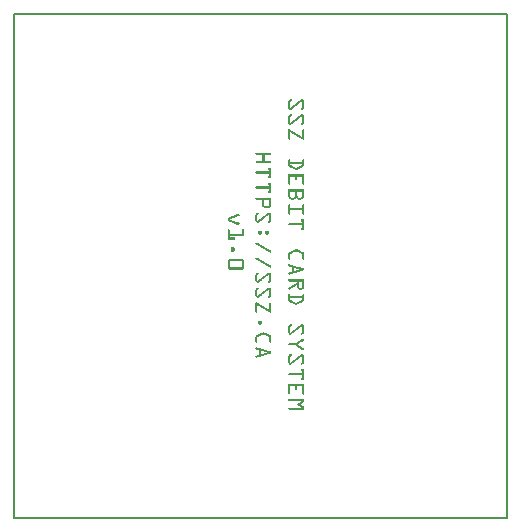
<source format=gto>
G04 MADE WITH FRITZING*
G04 WWW.FRITZING.ORG*
G04 DOUBLE SIDED*
G04 HOLES PLATED*
G04 CONTOUR ON CENTER OF CONTOUR VECTOR*
%ASAXBY*%
%FSLAX23Y23*%
%MOIN*%
%OFA0B0*%
%SFA1.0B1.0*%
%ADD10R,1.653540X1.687610X1.637540X1.671610*%
%ADD11C,0.008000*%
%ADD12R,0.001000X0.001000*%
%LNSILK1*%
G90*
G70*
G54D11*
X4Y1684D02*
X1650Y1684D01*
X1650Y4D01*
X4Y4D01*
X4Y1684D01*
D02*
G54D12*
X925Y1399D02*
X930Y1399D01*
X962Y1399D02*
X968Y1399D01*
X923Y1398D02*
X931Y1398D01*
X961Y1398D02*
X969Y1398D01*
X922Y1397D02*
X931Y1397D01*
X959Y1397D02*
X970Y1397D01*
X921Y1396D02*
X931Y1396D01*
X958Y1396D02*
X971Y1396D01*
X921Y1395D02*
X931Y1395D01*
X957Y1395D02*
X972Y1395D01*
X920Y1394D02*
X930Y1394D01*
X955Y1394D02*
X972Y1394D01*
X920Y1393D02*
X929Y1393D01*
X954Y1393D02*
X972Y1393D01*
X919Y1392D02*
X926Y1392D01*
X953Y1392D02*
X963Y1392D01*
X966Y1392D02*
X972Y1392D01*
X919Y1391D02*
X925Y1391D01*
X951Y1391D02*
X962Y1391D01*
X966Y1391D02*
X972Y1391D01*
X919Y1390D02*
X925Y1390D01*
X950Y1390D02*
X961Y1390D01*
X966Y1390D02*
X972Y1390D01*
X919Y1389D02*
X925Y1389D01*
X949Y1389D02*
X959Y1389D01*
X966Y1389D02*
X972Y1389D01*
X919Y1388D02*
X925Y1388D01*
X948Y1388D02*
X958Y1388D01*
X966Y1388D02*
X972Y1388D01*
X919Y1387D02*
X925Y1387D01*
X946Y1387D02*
X957Y1387D01*
X966Y1387D02*
X972Y1387D01*
X919Y1386D02*
X925Y1386D01*
X945Y1386D02*
X956Y1386D01*
X966Y1386D02*
X972Y1386D01*
X919Y1385D02*
X925Y1385D01*
X944Y1385D02*
X954Y1385D01*
X966Y1385D02*
X972Y1385D01*
X919Y1384D02*
X925Y1384D01*
X942Y1384D02*
X953Y1384D01*
X966Y1384D02*
X972Y1384D01*
X919Y1383D02*
X925Y1383D01*
X941Y1383D02*
X952Y1383D01*
X966Y1383D02*
X972Y1383D01*
X919Y1382D02*
X925Y1382D01*
X940Y1382D02*
X950Y1382D01*
X966Y1382D02*
X972Y1382D01*
X919Y1381D02*
X925Y1381D01*
X939Y1381D02*
X949Y1381D01*
X966Y1381D02*
X972Y1381D01*
X919Y1380D02*
X925Y1380D01*
X937Y1380D02*
X948Y1380D01*
X966Y1380D02*
X972Y1380D01*
X919Y1379D02*
X925Y1379D01*
X936Y1379D02*
X947Y1379D01*
X966Y1379D02*
X972Y1379D01*
X919Y1378D02*
X925Y1378D01*
X935Y1378D02*
X945Y1378D01*
X966Y1378D02*
X972Y1378D01*
X919Y1377D02*
X925Y1377D01*
X933Y1377D02*
X944Y1377D01*
X966Y1377D02*
X972Y1377D01*
X919Y1376D02*
X925Y1376D01*
X932Y1376D02*
X943Y1376D01*
X966Y1376D02*
X972Y1376D01*
X919Y1375D02*
X925Y1375D01*
X931Y1375D02*
X941Y1375D01*
X966Y1375D02*
X972Y1375D01*
X919Y1374D02*
X925Y1374D01*
X930Y1374D02*
X940Y1374D01*
X966Y1374D02*
X972Y1374D01*
X919Y1373D02*
X925Y1373D01*
X928Y1373D02*
X939Y1373D01*
X966Y1373D02*
X972Y1373D01*
X919Y1372D02*
X938Y1372D01*
X963Y1372D02*
X972Y1372D01*
X920Y1371D02*
X936Y1371D01*
X961Y1371D02*
X972Y1371D01*
X920Y1370D02*
X935Y1370D01*
X961Y1370D02*
X971Y1370D01*
X920Y1369D02*
X934Y1369D01*
X961Y1369D02*
X970Y1369D01*
X921Y1368D02*
X932Y1368D01*
X961Y1368D02*
X970Y1368D01*
X922Y1367D02*
X931Y1367D01*
X961Y1367D02*
X969Y1367D01*
X924Y1366D02*
X930Y1366D01*
X962Y1366D02*
X967Y1366D01*
X925Y1349D02*
X930Y1349D01*
X962Y1349D02*
X968Y1349D01*
X923Y1348D02*
X931Y1348D01*
X960Y1348D02*
X969Y1348D01*
X922Y1347D02*
X931Y1347D01*
X959Y1347D02*
X970Y1347D01*
X921Y1346D02*
X931Y1346D01*
X958Y1346D02*
X971Y1346D01*
X921Y1345D02*
X931Y1345D01*
X957Y1345D02*
X972Y1345D01*
X920Y1344D02*
X930Y1344D01*
X955Y1344D02*
X972Y1344D01*
X920Y1343D02*
X929Y1343D01*
X954Y1343D02*
X972Y1343D01*
X919Y1342D02*
X926Y1342D01*
X953Y1342D02*
X963Y1342D01*
X966Y1342D02*
X972Y1342D01*
X919Y1341D02*
X925Y1341D01*
X951Y1341D02*
X962Y1341D01*
X966Y1341D02*
X972Y1341D01*
X919Y1340D02*
X925Y1340D01*
X950Y1340D02*
X961Y1340D01*
X966Y1340D02*
X972Y1340D01*
X919Y1339D02*
X925Y1339D01*
X949Y1339D02*
X959Y1339D01*
X966Y1339D02*
X972Y1339D01*
X919Y1338D02*
X925Y1338D01*
X948Y1338D02*
X958Y1338D01*
X966Y1338D02*
X972Y1338D01*
X919Y1337D02*
X925Y1337D01*
X946Y1337D02*
X957Y1337D01*
X966Y1337D02*
X972Y1337D01*
X919Y1336D02*
X925Y1336D01*
X945Y1336D02*
X956Y1336D01*
X966Y1336D02*
X972Y1336D01*
X919Y1335D02*
X925Y1335D01*
X944Y1335D02*
X954Y1335D01*
X966Y1335D02*
X972Y1335D01*
X919Y1334D02*
X925Y1334D01*
X942Y1334D02*
X953Y1334D01*
X966Y1334D02*
X972Y1334D01*
X919Y1333D02*
X925Y1333D01*
X941Y1333D02*
X952Y1333D01*
X966Y1333D02*
X972Y1333D01*
X919Y1332D02*
X925Y1332D01*
X940Y1332D02*
X950Y1332D01*
X966Y1332D02*
X972Y1332D01*
X919Y1331D02*
X925Y1331D01*
X939Y1331D02*
X949Y1331D01*
X966Y1331D02*
X972Y1331D01*
X919Y1330D02*
X925Y1330D01*
X937Y1330D02*
X948Y1330D01*
X966Y1330D02*
X972Y1330D01*
X919Y1329D02*
X925Y1329D01*
X936Y1329D02*
X947Y1329D01*
X966Y1329D02*
X972Y1329D01*
X919Y1328D02*
X925Y1328D01*
X935Y1328D02*
X945Y1328D01*
X966Y1328D02*
X972Y1328D01*
X919Y1327D02*
X925Y1327D01*
X933Y1327D02*
X944Y1327D01*
X966Y1327D02*
X972Y1327D01*
X919Y1326D02*
X925Y1326D01*
X932Y1326D02*
X943Y1326D01*
X966Y1326D02*
X972Y1326D01*
X919Y1325D02*
X925Y1325D01*
X931Y1325D02*
X941Y1325D01*
X966Y1325D02*
X972Y1325D01*
X919Y1324D02*
X925Y1324D01*
X930Y1324D02*
X940Y1324D01*
X966Y1324D02*
X972Y1324D01*
X919Y1323D02*
X925Y1323D01*
X928Y1323D02*
X939Y1323D01*
X966Y1323D02*
X972Y1323D01*
X919Y1322D02*
X938Y1322D01*
X963Y1322D02*
X972Y1322D01*
X920Y1321D02*
X936Y1321D01*
X961Y1321D02*
X972Y1321D01*
X920Y1320D02*
X935Y1320D01*
X961Y1320D02*
X971Y1320D01*
X920Y1319D02*
X934Y1319D01*
X961Y1319D02*
X970Y1319D01*
X921Y1318D02*
X932Y1318D01*
X961Y1318D02*
X970Y1318D01*
X922Y1317D02*
X931Y1317D01*
X961Y1317D02*
X968Y1317D01*
X924Y1316D02*
X929Y1316D01*
X962Y1316D02*
X967Y1316D01*
X919Y1299D02*
X924Y1299D01*
X968Y1299D02*
X971Y1299D01*
X919Y1298D02*
X926Y1298D01*
X967Y1298D02*
X972Y1298D01*
X919Y1297D02*
X928Y1297D01*
X967Y1297D02*
X972Y1297D01*
X919Y1296D02*
X929Y1296D01*
X966Y1296D02*
X972Y1296D01*
X919Y1295D02*
X931Y1295D01*
X966Y1295D02*
X972Y1295D01*
X919Y1294D02*
X933Y1294D01*
X966Y1294D02*
X972Y1294D01*
X919Y1293D02*
X934Y1293D01*
X966Y1293D02*
X972Y1293D01*
X919Y1292D02*
X936Y1292D01*
X966Y1292D02*
X972Y1292D01*
X919Y1291D02*
X938Y1291D01*
X966Y1291D02*
X972Y1291D01*
X919Y1290D02*
X939Y1290D01*
X966Y1290D02*
X972Y1290D01*
X919Y1289D02*
X925Y1289D01*
X928Y1289D02*
X941Y1289D01*
X966Y1289D02*
X972Y1289D01*
X919Y1288D02*
X925Y1288D01*
X930Y1288D02*
X943Y1288D01*
X966Y1288D02*
X972Y1288D01*
X919Y1287D02*
X925Y1287D01*
X932Y1287D02*
X945Y1287D01*
X966Y1287D02*
X972Y1287D01*
X919Y1286D02*
X925Y1286D01*
X933Y1286D02*
X946Y1286D01*
X966Y1286D02*
X972Y1286D01*
X919Y1285D02*
X925Y1285D01*
X935Y1285D02*
X948Y1285D01*
X966Y1285D02*
X972Y1285D01*
X919Y1284D02*
X925Y1284D01*
X937Y1284D02*
X950Y1284D01*
X966Y1284D02*
X972Y1284D01*
X919Y1283D02*
X925Y1283D01*
X939Y1283D02*
X951Y1283D01*
X966Y1283D02*
X972Y1283D01*
X919Y1282D02*
X925Y1282D01*
X940Y1282D02*
X953Y1282D01*
X966Y1282D02*
X972Y1282D01*
X919Y1281D02*
X925Y1281D01*
X942Y1281D02*
X955Y1281D01*
X966Y1281D02*
X972Y1281D01*
X919Y1280D02*
X925Y1280D01*
X944Y1280D02*
X957Y1280D01*
X966Y1280D02*
X972Y1280D01*
X919Y1279D02*
X925Y1279D01*
X945Y1279D02*
X958Y1279D01*
X966Y1279D02*
X972Y1279D01*
X919Y1278D02*
X925Y1278D01*
X947Y1278D02*
X960Y1278D01*
X966Y1278D02*
X972Y1278D01*
X919Y1277D02*
X925Y1277D01*
X949Y1277D02*
X962Y1277D01*
X966Y1277D02*
X972Y1277D01*
X919Y1276D02*
X925Y1276D01*
X950Y1276D02*
X963Y1276D01*
X966Y1276D02*
X972Y1276D01*
X919Y1275D02*
X925Y1275D01*
X952Y1275D02*
X972Y1275D01*
X919Y1274D02*
X925Y1274D01*
X954Y1274D02*
X972Y1274D01*
X919Y1273D02*
X925Y1273D01*
X956Y1273D02*
X972Y1273D01*
X919Y1272D02*
X925Y1272D01*
X957Y1272D02*
X972Y1272D01*
X919Y1271D02*
X925Y1271D01*
X959Y1271D02*
X972Y1271D01*
X919Y1270D02*
X925Y1270D01*
X961Y1270D02*
X972Y1270D01*
X919Y1269D02*
X925Y1269D01*
X962Y1269D02*
X972Y1269D01*
X919Y1268D02*
X925Y1268D01*
X964Y1268D02*
X972Y1268D01*
X920Y1267D02*
X925Y1267D01*
X966Y1267D02*
X972Y1267D01*
X921Y1266D02*
X924Y1266D01*
X968Y1266D02*
X972Y1266D01*
X812Y1222D02*
X862Y1222D01*
X811Y1221D02*
X863Y1221D01*
X810Y1220D02*
X863Y1220D01*
X810Y1219D02*
X863Y1219D01*
X811Y1218D02*
X863Y1218D01*
X811Y1217D02*
X862Y1217D01*
X813Y1216D02*
X861Y1216D01*
X834Y1215D02*
X840Y1215D01*
X834Y1214D02*
X840Y1214D01*
X834Y1213D02*
X840Y1213D01*
X834Y1212D02*
X840Y1212D01*
X834Y1211D02*
X840Y1211D01*
X834Y1210D02*
X840Y1210D01*
X834Y1209D02*
X840Y1209D01*
X834Y1208D02*
X840Y1208D01*
X834Y1207D02*
X840Y1207D01*
X834Y1206D02*
X840Y1206D01*
X834Y1205D02*
X840Y1205D01*
X834Y1204D02*
X840Y1204D01*
X834Y1203D02*
X840Y1203D01*
X834Y1202D02*
X840Y1202D01*
X834Y1201D02*
X840Y1201D01*
X834Y1200D02*
X840Y1200D01*
X834Y1199D02*
X840Y1199D01*
X921Y1199D02*
X924Y1199D01*
X968Y1199D02*
X971Y1199D01*
X834Y1198D02*
X840Y1198D01*
X920Y1198D02*
X925Y1198D01*
X967Y1198D02*
X972Y1198D01*
X834Y1197D02*
X840Y1197D01*
X919Y1197D02*
X925Y1197D01*
X967Y1197D02*
X972Y1197D01*
X834Y1196D02*
X840Y1196D01*
X919Y1196D02*
X925Y1196D01*
X966Y1196D02*
X972Y1196D01*
X813Y1195D02*
X861Y1195D01*
X919Y1195D02*
X925Y1195D01*
X966Y1195D02*
X972Y1195D01*
X811Y1194D02*
X863Y1194D01*
X919Y1194D02*
X925Y1194D01*
X966Y1194D02*
X972Y1194D01*
X811Y1193D02*
X863Y1193D01*
X919Y1193D02*
X926Y1193D01*
X966Y1193D02*
X972Y1193D01*
X810Y1192D02*
X863Y1192D01*
X919Y1192D02*
X972Y1192D01*
X810Y1191D02*
X863Y1191D01*
X919Y1191D02*
X972Y1191D01*
X811Y1190D02*
X863Y1190D01*
X919Y1190D02*
X972Y1190D01*
X812Y1189D02*
X862Y1189D01*
X919Y1189D02*
X972Y1189D01*
X919Y1188D02*
X972Y1188D01*
X919Y1187D02*
X972Y1187D01*
X919Y1186D02*
X972Y1186D01*
X919Y1185D02*
X925Y1185D01*
X966Y1185D02*
X972Y1185D01*
X919Y1184D02*
X925Y1184D01*
X966Y1184D02*
X972Y1184D01*
X919Y1183D02*
X925Y1183D01*
X966Y1183D02*
X972Y1183D01*
X919Y1182D02*
X926Y1182D01*
X966Y1182D02*
X972Y1182D01*
X920Y1181D02*
X926Y1181D01*
X965Y1181D02*
X972Y1181D01*
X920Y1180D02*
X928Y1180D01*
X964Y1180D02*
X972Y1180D01*
X920Y1179D02*
X930Y1179D01*
X962Y1179D02*
X971Y1179D01*
X921Y1178D02*
X932Y1178D01*
X960Y1178D02*
X971Y1178D01*
X921Y1177D02*
X934Y1177D01*
X958Y1177D02*
X970Y1177D01*
X922Y1176D02*
X936Y1176D01*
X956Y1176D02*
X969Y1176D01*
X923Y1175D02*
X938Y1175D01*
X954Y1175D02*
X968Y1175D01*
X925Y1174D02*
X940Y1174D01*
X952Y1174D02*
X966Y1174D01*
X927Y1173D02*
X942Y1173D01*
X950Y1173D02*
X965Y1173D01*
X853Y1172D02*
X863Y1172D01*
X929Y1172D02*
X963Y1172D01*
X852Y1171D02*
X863Y1171D01*
X931Y1171D02*
X961Y1171D01*
X852Y1170D02*
X863Y1170D01*
X933Y1170D02*
X959Y1170D01*
X852Y1169D02*
X863Y1169D01*
X935Y1169D02*
X957Y1169D01*
X852Y1168D02*
X863Y1168D01*
X937Y1168D02*
X955Y1168D01*
X853Y1167D02*
X863Y1167D01*
X939Y1167D02*
X953Y1167D01*
X854Y1166D02*
X863Y1166D01*
X942Y1166D02*
X950Y1166D01*
X857Y1165D02*
X863Y1165D01*
X857Y1164D02*
X863Y1164D01*
X857Y1163D02*
X863Y1163D01*
X857Y1162D02*
X863Y1162D01*
X857Y1161D02*
X863Y1161D01*
X857Y1160D02*
X863Y1160D01*
X813Y1159D02*
X863Y1159D01*
X811Y1158D02*
X863Y1158D01*
X811Y1157D02*
X863Y1157D01*
X810Y1156D02*
X863Y1156D01*
X810Y1155D02*
X863Y1155D01*
X811Y1154D02*
X863Y1154D01*
X812Y1153D02*
X863Y1153D01*
X857Y1152D02*
X863Y1152D01*
X857Y1151D02*
X863Y1151D01*
X857Y1150D02*
X863Y1150D01*
X857Y1149D02*
X863Y1149D01*
X919Y1149D02*
X972Y1149D01*
X857Y1148D02*
X863Y1148D01*
X919Y1148D02*
X972Y1148D01*
X857Y1147D02*
X863Y1147D01*
X919Y1147D02*
X972Y1147D01*
X857Y1146D02*
X863Y1146D01*
X919Y1146D02*
X972Y1146D01*
X854Y1145D02*
X863Y1145D01*
X919Y1145D02*
X972Y1145D01*
X852Y1144D02*
X863Y1144D01*
X919Y1144D02*
X972Y1144D01*
X852Y1143D02*
X863Y1143D01*
X919Y1143D02*
X972Y1143D01*
X852Y1142D02*
X863Y1142D01*
X919Y1142D02*
X925Y1142D01*
X943Y1142D02*
X949Y1142D01*
X966Y1142D02*
X972Y1142D01*
X852Y1141D02*
X863Y1141D01*
X919Y1141D02*
X925Y1141D01*
X943Y1141D02*
X949Y1141D01*
X966Y1141D02*
X972Y1141D01*
X852Y1140D02*
X863Y1140D01*
X919Y1140D02*
X925Y1140D01*
X943Y1140D02*
X949Y1140D01*
X966Y1140D02*
X972Y1140D01*
X853Y1139D02*
X863Y1139D01*
X919Y1139D02*
X925Y1139D01*
X943Y1139D02*
X949Y1139D01*
X966Y1139D02*
X972Y1139D01*
X919Y1138D02*
X925Y1138D01*
X943Y1138D02*
X949Y1138D01*
X966Y1138D02*
X972Y1138D01*
X919Y1137D02*
X925Y1137D01*
X943Y1137D02*
X949Y1137D01*
X966Y1137D02*
X972Y1137D01*
X919Y1136D02*
X925Y1136D01*
X943Y1136D02*
X949Y1136D01*
X966Y1136D02*
X972Y1136D01*
X919Y1135D02*
X925Y1135D01*
X943Y1135D02*
X949Y1135D01*
X966Y1135D02*
X972Y1135D01*
X919Y1134D02*
X925Y1134D01*
X943Y1134D02*
X949Y1134D01*
X966Y1134D02*
X972Y1134D01*
X919Y1133D02*
X925Y1133D01*
X943Y1133D02*
X949Y1133D01*
X966Y1133D02*
X972Y1133D01*
X919Y1132D02*
X925Y1132D01*
X943Y1132D02*
X949Y1132D01*
X966Y1132D02*
X972Y1132D01*
X919Y1131D02*
X925Y1131D01*
X943Y1131D02*
X948Y1131D01*
X966Y1131D02*
X972Y1131D01*
X919Y1130D02*
X925Y1130D01*
X944Y1130D02*
X948Y1130D01*
X966Y1130D02*
X972Y1130D01*
X919Y1129D02*
X925Y1129D01*
X966Y1129D02*
X972Y1129D01*
X919Y1128D02*
X925Y1128D01*
X966Y1128D02*
X972Y1128D01*
X919Y1127D02*
X925Y1127D01*
X966Y1127D02*
X972Y1127D01*
X919Y1126D02*
X925Y1126D01*
X966Y1126D02*
X972Y1126D01*
X919Y1125D02*
X925Y1125D01*
X966Y1125D02*
X972Y1125D01*
X919Y1124D02*
X925Y1124D01*
X966Y1124D02*
X972Y1124D01*
X919Y1123D02*
X925Y1123D01*
X966Y1123D02*
X972Y1123D01*
X853Y1122D02*
X863Y1122D01*
X919Y1122D02*
X925Y1122D01*
X966Y1122D02*
X972Y1122D01*
X852Y1121D02*
X863Y1121D01*
X919Y1121D02*
X925Y1121D01*
X966Y1121D02*
X972Y1121D01*
X852Y1120D02*
X863Y1120D01*
X919Y1120D02*
X925Y1120D01*
X966Y1120D02*
X972Y1120D01*
X852Y1119D02*
X863Y1119D01*
X919Y1119D02*
X925Y1119D01*
X966Y1119D02*
X972Y1119D01*
X852Y1118D02*
X863Y1118D01*
X919Y1118D02*
X925Y1118D01*
X967Y1118D02*
X972Y1118D01*
X853Y1117D02*
X863Y1117D01*
X920Y1117D02*
X925Y1117D01*
X967Y1117D02*
X972Y1117D01*
X854Y1116D02*
X863Y1116D01*
X921Y1116D02*
X924Y1116D01*
X968Y1116D02*
X971Y1116D01*
X857Y1115D02*
X863Y1115D01*
X857Y1114D02*
X863Y1114D01*
X857Y1113D02*
X863Y1113D01*
X857Y1112D02*
X863Y1112D01*
X857Y1111D02*
X863Y1111D01*
X857Y1110D02*
X863Y1110D01*
X813Y1109D02*
X863Y1109D01*
X811Y1108D02*
X863Y1108D01*
X811Y1107D02*
X863Y1107D01*
X810Y1106D02*
X863Y1106D01*
X810Y1105D02*
X863Y1105D01*
X811Y1104D02*
X863Y1104D01*
X812Y1103D02*
X863Y1103D01*
X857Y1102D02*
X863Y1102D01*
X857Y1101D02*
X863Y1101D01*
X857Y1100D02*
X863Y1100D01*
X857Y1099D02*
X863Y1099D01*
X919Y1099D02*
X972Y1099D01*
X857Y1098D02*
X863Y1098D01*
X919Y1098D02*
X972Y1098D01*
X857Y1097D02*
X863Y1097D01*
X919Y1097D02*
X972Y1097D01*
X857Y1096D02*
X863Y1096D01*
X919Y1096D02*
X972Y1096D01*
X854Y1095D02*
X863Y1095D01*
X919Y1095D02*
X972Y1095D01*
X852Y1094D02*
X863Y1094D01*
X919Y1094D02*
X972Y1094D01*
X852Y1093D02*
X863Y1093D01*
X919Y1093D02*
X972Y1093D01*
X852Y1092D02*
X863Y1092D01*
X919Y1092D02*
X925Y1092D01*
X943Y1092D02*
X949Y1092D01*
X966Y1092D02*
X972Y1092D01*
X852Y1091D02*
X863Y1091D01*
X919Y1091D02*
X925Y1091D01*
X943Y1091D02*
X949Y1091D01*
X966Y1091D02*
X972Y1091D01*
X852Y1090D02*
X863Y1090D01*
X919Y1090D02*
X925Y1090D01*
X943Y1090D02*
X949Y1090D01*
X966Y1090D02*
X972Y1090D01*
X853Y1089D02*
X863Y1089D01*
X919Y1089D02*
X925Y1089D01*
X943Y1089D02*
X949Y1089D01*
X966Y1089D02*
X972Y1089D01*
X919Y1088D02*
X925Y1088D01*
X943Y1088D02*
X949Y1088D01*
X966Y1088D02*
X972Y1088D01*
X919Y1087D02*
X925Y1087D01*
X943Y1087D02*
X949Y1087D01*
X966Y1087D02*
X972Y1087D01*
X919Y1086D02*
X925Y1086D01*
X943Y1086D02*
X949Y1086D01*
X966Y1086D02*
X972Y1086D01*
X919Y1085D02*
X925Y1085D01*
X943Y1085D02*
X949Y1085D01*
X966Y1085D02*
X972Y1085D01*
X919Y1084D02*
X925Y1084D01*
X943Y1084D02*
X949Y1084D01*
X966Y1084D02*
X972Y1084D01*
X919Y1083D02*
X925Y1083D01*
X943Y1083D02*
X949Y1083D01*
X966Y1083D02*
X972Y1083D01*
X919Y1082D02*
X925Y1082D01*
X943Y1082D02*
X949Y1082D01*
X966Y1082D02*
X972Y1082D01*
X919Y1081D02*
X925Y1081D01*
X943Y1081D02*
X949Y1081D01*
X966Y1081D02*
X972Y1081D01*
X919Y1080D02*
X925Y1080D01*
X943Y1080D02*
X949Y1080D01*
X966Y1080D02*
X972Y1080D01*
X919Y1079D02*
X925Y1079D01*
X943Y1079D02*
X949Y1079D01*
X966Y1079D02*
X972Y1079D01*
X919Y1078D02*
X925Y1078D01*
X943Y1078D02*
X949Y1078D01*
X966Y1078D02*
X972Y1078D01*
X919Y1077D02*
X926Y1077D01*
X942Y1077D02*
X949Y1077D01*
X966Y1077D02*
X972Y1077D01*
X920Y1076D02*
X926Y1076D01*
X942Y1076D02*
X950Y1076D01*
X966Y1076D02*
X972Y1076D01*
X920Y1075D02*
X927Y1075D01*
X941Y1075D02*
X950Y1075D01*
X965Y1075D02*
X972Y1075D01*
X920Y1074D02*
X928Y1074D01*
X940Y1074D02*
X951Y1074D01*
X964Y1074D02*
X971Y1074D01*
X921Y1073D02*
X929Y1073D01*
X939Y1073D02*
X953Y1073D01*
X962Y1073D02*
X971Y1073D01*
X812Y1072D02*
X863Y1072D01*
X921Y1072D02*
X970Y1072D01*
X811Y1071D02*
X863Y1071D01*
X922Y1071D02*
X970Y1071D01*
X810Y1070D02*
X863Y1070D01*
X923Y1070D02*
X969Y1070D01*
X810Y1069D02*
X863Y1069D01*
X924Y1069D02*
X944Y1069D01*
X948Y1069D02*
X968Y1069D01*
X811Y1068D02*
X863Y1068D01*
X925Y1068D02*
X943Y1068D01*
X949Y1068D02*
X967Y1068D01*
X811Y1067D02*
X863Y1067D01*
X927Y1067D02*
X941Y1067D01*
X950Y1067D02*
X965Y1067D01*
X813Y1066D02*
X863Y1066D01*
X929Y1066D02*
X939Y1066D01*
X952Y1066D02*
X963Y1066D01*
X831Y1065D02*
X837Y1065D01*
X857Y1065D02*
X863Y1065D01*
X831Y1064D02*
X837Y1064D01*
X857Y1064D02*
X863Y1064D01*
X831Y1063D02*
X837Y1063D01*
X857Y1063D02*
X863Y1063D01*
X831Y1062D02*
X837Y1062D01*
X857Y1062D02*
X863Y1062D01*
X831Y1061D02*
X837Y1061D01*
X857Y1061D02*
X863Y1061D01*
X831Y1060D02*
X837Y1060D01*
X857Y1060D02*
X863Y1060D01*
X831Y1059D02*
X837Y1059D01*
X857Y1059D02*
X863Y1059D01*
X831Y1058D02*
X837Y1058D01*
X857Y1058D02*
X863Y1058D01*
X831Y1057D02*
X837Y1057D01*
X857Y1057D02*
X863Y1057D01*
X831Y1056D02*
X837Y1056D01*
X857Y1056D02*
X863Y1056D01*
X831Y1055D02*
X837Y1055D01*
X857Y1055D02*
X863Y1055D01*
X831Y1054D02*
X837Y1054D01*
X857Y1054D02*
X863Y1054D01*
X831Y1053D02*
X837Y1053D01*
X857Y1053D02*
X863Y1053D01*
X831Y1052D02*
X837Y1052D01*
X857Y1052D02*
X863Y1052D01*
X831Y1051D02*
X837Y1051D01*
X857Y1051D02*
X863Y1051D01*
X831Y1050D02*
X837Y1050D01*
X857Y1050D02*
X863Y1050D01*
X831Y1049D02*
X837Y1049D01*
X857Y1049D02*
X863Y1049D01*
X921Y1049D02*
X924Y1049D01*
X968Y1049D02*
X971Y1049D01*
X831Y1048D02*
X837Y1048D01*
X857Y1048D02*
X863Y1048D01*
X920Y1048D02*
X925Y1048D01*
X967Y1048D02*
X972Y1048D01*
X831Y1047D02*
X838Y1047D01*
X857Y1047D02*
X863Y1047D01*
X919Y1047D02*
X925Y1047D01*
X967Y1047D02*
X972Y1047D01*
X831Y1046D02*
X839Y1046D01*
X856Y1046D02*
X863Y1046D01*
X919Y1046D02*
X925Y1046D01*
X966Y1046D02*
X972Y1046D01*
X832Y1045D02*
X863Y1045D01*
X919Y1045D02*
X925Y1045D01*
X966Y1045D02*
X972Y1045D01*
X832Y1044D02*
X862Y1044D01*
X919Y1044D02*
X925Y1044D01*
X966Y1044D02*
X972Y1044D01*
X833Y1043D02*
X862Y1043D01*
X919Y1043D02*
X925Y1043D01*
X966Y1043D02*
X972Y1043D01*
X834Y1042D02*
X861Y1042D01*
X919Y1042D02*
X925Y1042D01*
X966Y1042D02*
X972Y1042D01*
X835Y1041D02*
X860Y1041D01*
X919Y1041D02*
X925Y1041D01*
X966Y1041D02*
X972Y1041D01*
X836Y1040D02*
X859Y1040D01*
X919Y1040D02*
X925Y1040D01*
X966Y1040D02*
X972Y1040D01*
X838Y1039D02*
X857Y1039D01*
X919Y1039D02*
X925Y1039D01*
X966Y1039D02*
X972Y1039D01*
X919Y1038D02*
X925Y1038D01*
X966Y1038D02*
X972Y1038D01*
X919Y1037D02*
X925Y1037D01*
X966Y1037D02*
X972Y1037D01*
X919Y1036D02*
X972Y1036D01*
X919Y1035D02*
X972Y1035D01*
X919Y1034D02*
X972Y1034D01*
X919Y1033D02*
X972Y1033D01*
X919Y1032D02*
X972Y1032D01*
X919Y1031D02*
X972Y1031D01*
X919Y1030D02*
X972Y1030D01*
X919Y1029D02*
X926Y1029D01*
X966Y1029D02*
X972Y1029D01*
X919Y1028D02*
X925Y1028D01*
X966Y1028D02*
X972Y1028D01*
X919Y1027D02*
X925Y1027D01*
X966Y1027D02*
X972Y1027D01*
X919Y1026D02*
X925Y1026D01*
X966Y1026D02*
X972Y1026D01*
X919Y1025D02*
X925Y1025D01*
X966Y1025D02*
X972Y1025D01*
X919Y1024D02*
X925Y1024D01*
X966Y1024D02*
X972Y1024D01*
X919Y1023D02*
X925Y1023D01*
X966Y1023D02*
X972Y1023D01*
X816Y1022D02*
X821Y1022D01*
X853Y1022D02*
X859Y1022D01*
X919Y1022D02*
X925Y1022D01*
X966Y1022D02*
X972Y1022D01*
X814Y1021D02*
X822Y1021D01*
X851Y1021D02*
X861Y1021D01*
X919Y1021D02*
X925Y1021D01*
X966Y1021D02*
X972Y1021D01*
X813Y1020D02*
X822Y1020D01*
X850Y1020D02*
X862Y1020D01*
X919Y1020D02*
X925Y1020D01*
X966Y1020D02*
X972Y1020D01*
X812Y1019D02*
X822Y1019D01*
X849Y1019D02*
X862Y1019D01*
X919Y1019D02*
X925Y1019D01*
X966Y1019D02*
X972Y1019D01*
X811Y1018D02*
X822Y1018D01*
X847Y1018D02*
X863Y1018D01*
X919Y1018D02*
X925Y1018D01*
X967Y1018D02*
X972Y1018D01*
X811Y1017D02*
X821Y1017D01*
X846Y1017D02*
X863Y1017D01*
X920Y1017D02*
X925Y1017D01*
X967Y1017D02*
X972Y1017D01*
X746Y1016D02*
X756Y1016D01*
X811Y1016D02*
X819Y1016D01*
X845Y1016D02*
X863Y1016D01*
X921Y1016D02*
X924Y1016D01*
X968Y1016D02*
X971Y1016D01*
X744Y1015D02*
X757Y1015D01*
X810Y1015D02*
X817Y1015D01*
X844Y1015D02*
X854Y1015D01*
X857Y1015D02*
X863Y1015D01*
X742Y1014D02*
X757Y1014D01*
X810Y1014D02*
X816Y1014D01*
X842Y1014D02*
X853Y1014D01*
X857Y1014D02*
X863Y1014D01*
X740Y1013D02*
X757Y1013D01*
X810Y1013D02*
X816Y1013D01*
X841Y1013D02*
X852Y1013D01*
X857Y1013D02*
X863Y1013D01*
X737Y1012D02*
X757Y1012D01*
X810Y1012D02*
X816Y1012D01*
X840Y1012D02*
X850Y1012D01*
X857Y1012D02*
X863Y1012D01*
X735Y1011D02*
X756Y1011D01*
X810Y1011D02*
X816Y1011D01*
X838Y1011D02*
X849Y1011D01*
X857Y1011D02*
X863Y1011D01*
X733Y1010D02*
X755Y1010D01*
X810Y1010D02*
X816Y1010D01*
X837Y1010D02*
X848Y1010D01*
X857Y1010D02*
X863Y1010D01*
X730Y1009D02*
X747Y1009D01*
X810Y1009D02*
X816Y1009D01*
X836Y1009D02*
X846Y1009D01*
X857Y1009D02*
X863Y1009D01*
X728Y1008D02*
X745Y1008D01*
X810Y1008D02*
X816Y1008D01*
X835Y1008D02*
X845Y1008D01*
X857Y1008D02*
X863Y1008D01*
X726Y1007D02*
X742Y1007D01*
X810Y1007D02*
X816Y1007D01*
X833Y1007D02*
X844Y1007D01*
X857Y1007D02*
X863Y1007D01*
X724Y1006D02*
X740Y1006D01*
X810Y1006D02*
X816Y1006D01*
X832Y1006D02*
X843Y1006D01*
X857Y1006D02*
X863Y1006D01*
X721Y1005D02*
X738Y1005D01*
X810Y1005D02*
X816Y1005D01*
X831Y1005D02*
X841Y1005D01*
X857Y1005D02*
X863Y1005D01*
X720Y1004D02*
X735Y1004D01*
X810Y1004D02*
X816Y1004D01*
X829Y1004D02*
X840Y1004D01*
X857Y1004D02*
X863Y1004D01*
X719Y1003D02*
X733Y1003D01*
X810Y1003D02*
X816Y1003D01*
X828Y1003D02*
X839Y1003D01*
X857Y1003D02*
X863Y1003D01*
X719Y1002D02*
X731Y1002D01*
X810Y1002D02*
X816Y1002D01*
X827Y1002D02*
X837Y1002D01*
X857Y1002D02*
X863Y1002D01*
X719Y1001D02*
X729Y1001D01*
X810Y1001D02*
X816Y1001D01*
X826Y1001D02*
X836Y1001D01*
X857Y1001D02*
X863Y1001D01*
X719Y1000D02*
X726Y1000D01*
X810Y1000D02*
X816Y1000D01*
X824Y1000D02*
X835Y1000D01*
X857Y1000D02*
X863Y1000D01*
X719Y999D02*
X726Y999D01*
X810Y999D02*
X816Y999D01*
X823Y999D02*
X834Y999D01*
X857Y999D02*
X863Y999D01*
X962Y999D02*
X972Y999D01*
X719Y998D02*
X728Y998D01*
X810Y998D02*
X816Y998D01*
X822Y998D02*
X832Y998D01*
X857Y998D02*
X863Y998D01*
X961Y998D02*
X972Y998D01*
X719Y997D02*
X731Y997D01*
X810Y997D02*
X816Y997D01*
X820Y997D02*
X831Y997D01*
X857Y997D02*
X863Y997D01*
X961Y997D02*
X972Y997D01*
X719Y996D02*
X733Y996D01*
X810Y996D02*
X816Y996D01*
X819Y996D02*
X830Y996D01*
X857Y996D02*
X863Y996D01*
X961Y996D02*
X972Y996D01*
X720Y995D02*
X735Y995D01*
X810Y995D02*
X828Y995D01*
X854Y995D02*
X863Y995D01*
X961Y995D02*
X972Y995D01*
X721Y994D02*
X737Y994D01*
X811Y994D02*
X827Y994D01*
X852Y994D02*
X863Y994D01*
X962Y994D02*
X972Y994D01*
X723Y993D02*
X740Y993D01*
X811Y993D02*
X826Y993D01*
X852Y993D02*
X862Y993D01*
X963Y993D02*
X972Y993D01*
X726Y992D02*
X742Y992D01*
X812Y992D02*
X825Y992D01*
X852Y992D02*
X861Y992D01*
X966Y992D02*
X972Y992D01*
X728Y991D02*
X744Y991D01*
X812Y991D02*
X823Y991D01*
X852Y991D02*
X861Y991D01*
X966Y991D02*
X972Y991D01*
X730Y990D02*
X747Y990D01*
X813Y990D02*
X822Y990D01*
X852Y990D02*
X859Y990D01*
X966Y990D02*
X972Y990D01*
X732Y989D02*
X754Y989D01*
X815Y989D02*
X820Y989D01*
X853Y989D02*
X858Y989D01*
X966Y989D02*
X972Y989D01*
X735Y988D02*
X756Y988D01*
X966Y988D02*
X972Y988D01*
X737Y987D02*
X757Y987D01*
X966Y987D02*
X972Y987D01*
X739Y986D02*
X757Y986D01*
X922Y986D02*
X972Y986D01*
X742Y985D02*
X757Y985D01*
X920Y985D02*
X972Y985D01*
X744Y984D02*
X757Y984D01*
X920Y984D02*
X972Y984D01*
X746Y983D02*
X756Y983D01*
X919Y983D02*
X972Y983D01*
X919Y982D02*
X972Y982D01*
X920Y981D02*
X972Y981D01*
X921Y980D02*
X972Y980D01*
X966Y979D02*
X972Y979D01*
X966Y978D02*
X972Y978D01*
X966Y977D02*
X972Y977D01*
X966Y976D02*
X972Y976D01*
X966Y975D02*
X972Y975D01*
X966Y974D02*
X972Y974D01*
X966Y973D02*
X972Y973D01*
X963Y972D02*
X972Y972D01*
X961Y971D02*
X972Y971D01*
X961Y970D02*
X972Y970D01*
X961Y969D02*
X972Y969D01*
X961Y968D02*
X972Y968D01*
X961Y967D02*
X972Y967D01*
X720Y966D02*
X723Y966D01*
X767Y966D02*
X770Y966D01*
X962Y966D02*
X972Y966D01*
X719Y965D02*
X724Y965D01*
X766Y965D02*
X771Y965D01*
X719Y964D02*
X725Y964D01*
X766Y964D02*
X772Y964D01*
X719Y963D02*
X725Y963D01*
X766Y963D02*
X772Y963D01*
X719Y962D02*
X725Y962D01*
X766Y962D02*
X772Y962D01*
X821Y962D02*
X829Y962D01*
X844Y962D02*
X853Y962D01*
X719Y961D02*
X725Y961D01*
X766Y961D02*
X772Y961D01*
X820Y961D02*
X830Y961D01*
X843Y961D02*
X854Y961D01*
X719Y960D02*
X725Y960D01*
X766Y960D02*
X772Y960D01*
X819Y960D02*
X831Y960D01*
X843Y960D02*
X854Y960D01*
X719Y959D02*
X725Y959D01*
X766Y959D02*
X772Y959D01*
X819Y959D02*
X831Y959D01*
X843Y959D02*
X855Y959D01*
X719Y958D02*
X725Y958D01*
X766Y958D02*
X772Y958D01*
X819Y958D02*
X831Y958D01*
X843Y958D02*
X855Y958D01*
X719Y957D02*
X725Y957D01*
X766Y957D02*
X772Y957D01*
X819Y957D02*
X831Y957D01*
X843Y957D02*
X855Y957D01*
X719Y956D02*
X725Y956D01*
X766Y956D02*
X772Y956D01*
X819Y956D02*
X831Y956D01*
X843Y956D02*
X855Y956D01*
X719Y955D02*
X725Y955D01*
X766Y955D02*
X772Y955D01*
X819Y955D02*
X831Y955D01*
X843Y955D02*
X855Y955D01*
X719Y954D02*
X725Y954D01*
X766Y954D02*
X772Y954D01*
X819Y954D02*
X831Y954D01*
X843Y954D02*
X855Y954D01*
X719Y953D02*
X725Y953D01*
X766Y953D02*
X772Y953D01*
X819Y953D02*
X831Y953D01*
X843Y953D02*
X855Y953D01*
X719Y952D02*
X772Y952D01*
X819Y952D02*
X831Y952D01*
X843Y952D02*
X855Y952D01*
X719Y951D02*
X772Y951D01*
X819Y951D02*
X831Y951D01*
X843Y951D02*
X854Y951D01*
X719Y950D02*
X772Y950D01*
X820Y950D02*
X830Y950D01*
X844Y950D02*
X854Y950D01*
X719Y949D02*
X772Y949D01*
X821Y949D02*
X829Y949D01*
X845Y949D02*
X852Y949D01*
X719Y948D02*
X772Y948D01*
X719Y947D02*
X772Y947D01*
X719Y946D02*
X772Y946D01*
X719Y945D02*
X725Y945D01*
X719Y944D02*
X725Y944D01*
X719Y943D02*
X725Y943D01*
X719Y942D02*
X725Y942D01*
X719Y941D02*
X725Y941D01*
X719Y940D02*
X725Y940D01*
X719Y939D02*
X740Y939D01*
X719Y938D02*
X742Y938D01*
X719Y937D02*
X742Y937D01*
X719Y936D02*
X742Y936D01*
X719Y935D02*
X742Y935D01*
X719Y934D02*
X742Y934D01*
X720Y933D02*
X741Y933D01*
X812Y922D02*
X815Y922D01*
X811Y921D02*
X817Y921D01*
X810Y920D02*
X819Y920D01*
X810Y919D02*
X821Y919D01*
X811Y918D02*
X822Y918D01*
X811Y917D02*
X824Y917D01*
X813Y916D02*
X826Y916D01*
X814Y915D02*
X827Y915D01*
X816Y914D02*
X829Y914D01*
X818Y913D02*
X831Y913D01*
X820Y912D02*
X833Y912D01*
X821Y911D02*
X834Y911D01*
X823Y910D02*
X836Y910D01*
X825Y909D02*
X838Y909D01*
X826Y908D02*
X839Y908D01*
X828Y907D02*
X841Y907D01*
X730Y906D02*
X738Y906D01*
X830Y906D02*
X843Y906D01*
X728Y905D02*
X739Y905D01*
X832Y905D02*
X845Y905D01*
X728Y904D02*
X739Y904D01*
X833Y904D02*
X846Y904D01*
X728Y903D02*
X740Y903D01*
X835Y903D02*
X848Y903D01*
X728Y902D02*
X740Y902D01*
X837Y902D02*
X850Y902D01*
X728Y901D02*
X740Y901D01*
X838Y901D02*
X851Y901D01*
X728Y900D02*
X740Y900D01*
X840Y900D02*
X853Y900D01*
X728Y899D02*
X740Y899D01*
X842Y899D02*
X855Y899D01*
X941Y899D02*
X950Y899D01*
X728Y898D02*
X740Y898D01*
X843Y898D02*
X856Y898D01*
X939Y898D02*
X953Y898D01*
X728Y897D02*
X740Y897D01*
X845Y897D02*
X858Y897D01*
X937Y897D02*
X955Y897D01*
X728Y896D02*
X740Y896D01*
X847Y896D02*
X860Y896D01*
X935Y896D02*
X957Y896D01*
X728Y895D02*
X739Y895D01*
X849Y895D02*
X862Y895D01*
X933Y895D02*
X959Y895D01*
X728Y894D02*
X739Y894D01*
X850Y894D02*
X863Y894D01*
X931Y894D02*
X961Y894D01*
X729Y893D02*
X738Y893D01*
X852Y893D02*
X863Y893D01*
X929Y893D02*
X963Y893D01*
X854Y892D02*
X863Y892D01*
X927Y892D02*
X941Y892D01*
X950Y892D02*
X965Y892D01*
X855Y891D02*
X863Y891D01*
X925Y891D02*
X939Y891D01*
X952Y891D02*
X967Y891D01*
X857Y890D02*
X863Y890D01*
X923Y890D02*
X937Y890D01*
X954Y890D02*
X969Y890D01*
X859Y889D02*
X862Y889D01*
X922Y889D02*
X935Y889D01*
X956Y889D02*
X970Y889D01*
X921Y888D02*
X933Y888D01*
X958Y888D02*
X970Y888D01*
X921Y887D02*
X931Y887D01*
X960Y887D02*
X971Y887D01*
X920Y886D02*
X930Y886D01*
X962Y886D02*
X971Y886D01*
X920Y885D02*
X928Y885D01*
X964Y885D02*
X972Y885D01*
X920Y884D02*
X926Y884D01*
X966Y884D02*
X972Y884D01*
X919Y883D02*
X926Y883D01*
X966Y883D02*
X972Y883D01*
X919Y882D02*
X925Y882D01*
X966Y882D02*
X972Y882D01*
X919Y881D02*
X925Y881D01*
X966Y881D02*
X972Y881D01*
X919Y880D02*
X925Y880D01*
X966Y880D02*
X972Y880D01*
X919Y879D02*
X925Y879D01*
X966Y879D02*
X972Y879D01*
X919Y878D02*
X925Y878D01*
X966Y878D02*
X972Y878D01*
X919Y877D02*
X925Y877D01*
X966Y877D02*
X972Y877D01*
X919Y876D02*
X925Y876D01*
X966Y876D02*
X972Y876D01*
X919Y875D02*
X925Y875D01*
X966Y875D02*
X972Y875D01*
X919Y874D02*
X925Y874D01*
X966Y874D02*
X972Y874D01*
X919Y873D02*
X925Y873D01*
X966Y873D02*
X972Y873D01*
X812Y872D02*
X815Y872D01*
X919Y872D02*
X925Y872D01*
X966Y872D02*
X972Y872D01*
X811Y871D02*
X817Y871D01*
X919Y871D02*
X925Y871D01*
X966Y871D02*
X972Y871D01*
X810Y870D02*
X819Y870D01*
X919Y870D02*
X925Y870D01*
X966Y870D02*
X972Y870D01*
X810Y869D02*
X821Y869D01*
X919Y869D02*
X925Y869D01*
X966Y869D02*
X972Y869D01*
X811Y868D02*
X822Y868D01*
X919Y868D02*
X925Y868D01*
X967Y868D02*
X972Y868D01*
X811Y867D02*
X824Y867D01*
X920Y867D02*
X925Y867D01*
X967Y867D02*
X972Y867D01*
X723Y866D02*
X768Y866D01*
X813Y866D02*
X826Y866D01*
X921Y866D02*
X924Y866D01*
X968Y866D02*
X971Y866D01*
X721Y865D02*
X769Y865D01*
X814Y865D02*
X827Y865D01*
X720Y864D02*
X770Y864D01*
X816Y864D02*
X829Y864D01*
X720Y863D02*
X771Y863D01*
X818Y863D02*
X831Y863D01*
X719Y862D02*
X772Y862D01*
X820Y862D02*
X833Y862D01*
X719Y861D02*
X772Y861D01*
X821Y861D02*
X834Y861D01*
X719Y860D02*
X772Y860D01*
X823Y860D02*
X836Y860D01*
X719Y859D02*
X725Y859D01*
X766Y859D02*
X772Y859D01*
X825Y859D02*
X838Y859D01*
X719Y858D02*
X725Y858D01*
X766Y858D02*
X772Y858D01*
X826Y858D02*
X839Y858D01*
X719Y857D02*
X725Y857D01*
X766Y857D02*
X772Y857D01*
X828Y857D02*
X841Y857D01*
X719Y856D02*
X725Y856D01*
X766Y856D02*
X772Y856D01*
X830Y856D02*
X843Y856D01*
X719Y855D02*
X725Y855D01*
X766Y855D02*
X772Y855D01*
X832Y855D02*
X845Y855D01*
X719Y854D02*
X725Y854D01*
X766Y854D02*
X772Y854D01*
X833Y854D02*
X846Y854D01*
X719Y853D02*
X725Y853D01*
X766Y853D02*
X772Y853D01*
X835Y853D02*
X848Y853D01*
X719Y852D02*
X725Y852D01*
X766Y852D02*
X772Y852D01*
X837Y852D02*
X850Y852D01*
X719Y851D02*
X725Y851D01*
X766Y851D02*
X772Y851D01*
X838Y851D02*
X851Y851D01*
X719Y850D02*
X725Y850D01*
X766Y850D02*
X772Y850D01*
X840Y850D02*
X853Y850D01*
X922Y850D02*
X922Y850D01*
X719Y849D02*
X725Y849D01*
X766Y849D02*
X772Y849D01*
X842Y849D02*
X855Y849D01*
X920Y849D02*
X926Y849D01*
X719Y848D02*
X725Y848D01*
X766Y848D02*
X772Y848D01*
X844Y848D02*
X857Y848D01*
X920Y848D02*
X929Y848D01*
X719Y847D02*
X725Y847D01*
X766Y847D02*
X772Y847D01*
X845Y847D02*
X858Y847D01*
X919Y847D02*
X932Y847D01*
X719Y846D02*
X725Y846D01*
X766Y846D02*
X772Y846D01*
X847Y846D02*
X860Y846D01*
X919Y846D02*
X936Y846D01*
X719Y845D02*
X725Y845D01*
X766Y845D02*
X772Y845D01*
X849Y845D02*
X862Y845D01*
X920Y845D02*
X939Y845D01*
X719Y844D02*
X725Y844D01*
X766Y844D02*
X772Y844D01*
X850Y844D02*
X863Y844D01*
X920Y844D02*
X943Y844D01*
X719Y843D02*
X725Y843D01*
X766Y843D02*
X772Y843D01*
X852Y843D02*
X863Y843D01*
X922Y843D02*
X946Y843D01*
X719Y842D02*
X725Y842D01*
X766Y842D02*
X772Y842D01*
X854Y842D02*
X863Y842D01*
X926Y842D02*
X950Y842D01*
X719Y841D02*
X725Y841D01*
X766Y841D02*
X772Y841D01*
X856Y841D02*
X863Y841D01*
X929Y841D02*
X953Y841D01*
X719Y840D02*
X725Y840D01*
X766Y840D02*
X772Y840D01*
X857Y840D02*
X863Y840D01*
X931Y840D02*
X956Y840D01*
X719Y839D02*
X772Y839D01*
X859Y839D02*
X862Y839D01*
X931Y839D02*
X960Y839D01*
X719Y838D02*
X772Y838D01*
X931Y838D02*
X937Y838D01*
X939Y838D02*
X963Y838D01*
X719Y837D02*
X772Y837D01*
X931Y837D02*
X937Y837D01*
X943Y837D02*
X967Y837D01*
X720Y836D02*
X771Y836D01*
X931Y836D02*
X937Y836D01*
X946Y836D02*
X970Y836D01*
X720Y835D02*
X770Y835D01*
X931Y835D02*
X937Y835D01*
X949Y835D02*
X971Y835D01*
X721Y834D02*
X770Y834D01*
X931Y834D02*
X937Y834D01*
X953Y834D02*
X972Y834D01*
X723Y833D02*
X768Y833D01*
X931Y833D02*
X937Y833D01*
X956Y833D02*
X972Y833D01*
X931Y832D02*
X937Y832D01*
X955Y832D02*
X972Y832D01*
X931Y831D02*
X937Y831D01*
X952Y831D02*
X972Y831D01*
X931Y830D02*
X937Y830D01*
X948Y830D02*
X971Y830D01*
X931Y829D02*
X937Y829D01*
X945Y829D02*
X969Y829D01*
X931Y828D02*
X937Y828D01*
X941Y828D02*
X965Y828D01*
X931Y827D02*
X962Y827D01*
X931Y826D02*
X959Y826D01*
X931Y825D02*
X955Y825D01*
X928Y824D02*
X952Y824D01*
X924Y823D02*
X948Y823D01*
X816Y822D02*
X821Y822D01*
X853Y822D02*
X859Y822D01*
X921Y822D02*
X945Y822D01*
X814Y821D02*
X822Y821D01*
X851Y821D02*
X861Y821D01*
X920Y821D02*
X941Y821D01*
X813Y820D02*
X822Y820D01*
X850Y820D02*
X862Y820D01*
X919Y820D02*
X938Y820D01*
X812Y819D02*
X822Y819D01*
X849Y819D02*
X862Y819D01*
X919Y819D02*
X935Y819D01*
X811Y818D02*
X822Y818D01*
X847Y818D02*
X863Y818D01*
X919Y818D02*
X931Y818D01*
X811Y817D02*
X821Y817D01*
X846Y817D02*
X863Y817D01*
X920Y817D02*
X928Y817D01*
X811Y816D02*
X819Y816D01*
X845Y816D02*
X863Y816D01*
X921Y816D02*
X924Y816D01*
X810Y815D02*
X817Y815D01*
X843Y815D02*
X854Y815D01*
X857Y815D02*
X863Y815D01*
X810Y814D02*
X816Y814D01*
X842Y814D02*
X853Y814D01*
X857Y814D02*
X863Y814D01*
X810Y813D02*
X816Y813D01*
X841Y813D02*
X851Y813D01*
X857Y813D02*
X863Y813D01*
X810Y812D02*
X816Y812D01*
X840Y812D02*
X850Y812D01*
X857Y812D02*
X863Y812D01*
X810Y811D02*
X816Y811D01*
X838Y811D02*
X849Y811D01*
X857Y811D02*
X863Y811D01*
X810Y810D02*
X816Y810D01*
X837Y810D02*
X848Y810D01*
X857Y810D02*
X863Y810D01*
X810Y809D02*
X816Y809D01*
X836Y809D02*
X846Y809D01*
X857Y809D02*
X863Y809D01*
X810Y808D02*
X816Y808D01*
X834Y808D02*
X845Y808D01*
X857Y808D02*
X863Y808D01*
X810Y807D02*
X816Y807D01*
X833Y807D02*
X844Y807D01*
X857Y807D02*
X863Y807D01*
X810Y806D02*
X816Y806D01*
X832Y806D02*
X842Y806D01*
X857Y806D02*
X863Y806D01*
X810Y805D02*
X816Y805D01*
X831Y805D02*
X841Y805D01*
X857Y805D02*
X863Y805D01*
X810Y804D02*
X816Y804D01*
X829Y804D02*
X840Y804D01*
X857Y804D02*
X863Y804D01*
X810Y803D02*
X816Y803D01*
X828Y803D02*
X839Y803D01*
X857Y803D02*
X863Y803D01*
X810Y802D02*
X816Y802D01*
X827Y802D02*
X837Y802D01*
X857Y802D02*
X863Y802D01*
X810Y801D02*
X816Y801D01*
X825Y801D02*
X836Y801D01*
X857Y801D02*
X863Y801D01*
X810Y800D02*
X816Y800D01*
X824Y800D02*
X835Y800D01*
X857Y800D02*
X863Y800D01*
X810Y799D02*
X816Y799D01*
X823Y799D02*
X833Y799D01*
X857Y799D02*
X863Y799D01*
X920Y799D02*
X972Y799D01*
X810Y798D02*
X816Y798D01*
X822Y798D02*
X832Y798D01*
X857Y798D02*
X863Y798D01*
X920Y798D02*
X972Y798D01*
X810Y797D02*
X816Y797D01*
X820Y797D02*
X831Y797D01*
X857Y797D02*
X863Y797D01*
X919Y797D02*
X972Y797D01*
X810Y796D02*
X816Y796D01*
X819Y796D02*
X830Y796D01*
X856Y796D02*
X863Y796D01*
X919Y796D02*
X972Y796D01*
X810Y795D02*
X828Y795D01*
X854Y795D02*
X863Y795D01*
X920Y795D02*
X972Y795D01*
X811Y794D02*
X827Y794D01*
X852Y794D02*
X863Y794D01*
X920Y794D02*
X972Y794D01*
X811Y793D02*
X826Y793D01*
X852Y793D02*
X862Y793D01*
X922Y793D02*
X972Y793D01*
X812Y792D02*
X824Y792D01*
X852Y792D02*
X861Y792D01*
X949Y792D02*
X955Y792D01*
X966Y792D02*
X972Y792D01*
X812Y791D02*
X823Y791D01*
X852Y791D02*
X860Y791D01*
X949Y791D02*
X955Y791D01*
X966Y791D02*
X972Y791D01*
X814Y790D02*
X822Y790D01*
X852Y790D02*
X859Y790D01*
X949Y790D02*
X955Y790D01*
X966Y790D02*
X972Y790D01*
X815Y789D02*
X820Y789D01*
X853Y789D02*
X857Y789D01*
X949Y789D02*
X955Y789D01*
X966Y789D02*
X972Y789D01*
X948Y788D02*
X955Y788D01*
X966Y788D02*
X972Y788D01*
X947Y787D02*
X955Y787D01*
X966Y787D02*
X972Y787D01*
X945Y786D02*
X955Y786D01*
X966Y786D02*
X972Y786D01*
X943Y785D02*
X955Y785D01*
X966Y785D02*
X972Y785D01*
X942Y784D02*
X955Y784D01*
X966Y784D02*
X972Y784D01*
X940Y783D02*
X955Y783D01*
X966Y783D02*
X972Y783D01*
X938Y782D02*
X955Y782D01*
X966Y782D02*
X972Y782D01*
X936Y781D02*
X955Y781D01*
X966Y781D02*
X972Y781D01*
X935Y780D02*
X955Y780D01*
X966Y780D02*
X972Y780D01*
X933Y779D02*
X946Y779D01*
X949Y779D02*
X955Y779D01*
X966Y779D02*
X972Y779D01*
X931Y778D02*
X944Y778D01*
X949Y778D02*
X955Y778D01*
X966Y778D02*
X972Y778D01*
X930Y777D02*
X943Y777D01*
X949Y777D02*
X955Y777D01*
X966Y777D02*
X972Y777D01*
X928Y776D02*
X941Y776D01*
X949Y776D02*
X955Y776D01*
X966Y776D02*
X972Y776D01*
X926Y775D02*
X939Y775D01*
X949Y775D02*
X955Y775D01*
X966Y775D02*
X972Y775D01*
X924Y774D02*
X938Y774D01*
X949Y774D02*
X955Y774D01*
X966Y774D02*
X972Y774D01*
X923Y773D02*
X936Y773D01*
X949Y773D02*
X956Y773D01*
X965Y773D02*
X972Y773D01*
X816Y772D02*
X821Y772D01*
X853Y772D02*
X859Y772D01*
X921Y772D02*
X934Y772D01*
X949Y772D02*
X972Y772D01*
X814Y771D02*
X822Y771D01*
X851Y771D02*
X861Y771D01*
X920Y771D02*
X932Y771D01*
X950Y771D02*
X971Y771D01*
X813Y770D02*
X822Y770D01*
X850Y770D02*
X862Y770D01*
X919Y770D02*
X931Y770D01*
X951Y770D02*
X971Y770D01*
X812Y769D02*
X822Y769D01*
X849Y769D02*
X862Y769D01*
X919Y769D02*
X929Y769D01*
X951Y769D02*
X970Y769D01*
X811Y768D02*
X822Y768D01*
X847Y768D02*
X863Y768D01*
X919Y768D02*
X927Y768D01*
X952Y768D02*
X969Y768D01*
X811Y767D02*
X821Y767D01*
X846Y767D02*
X863Y767D01*
X920Y767D02*
X926Y767D01*
X954Y767D02*
X967Y767D01*
X811Y766D02*
X819Y766D01*
X845Y766D02*
X863Y766D01*
X921Y766D02*
X924Y766D01*
X956Y766D02*
X965Y766D01*
X810Y765D02*
X817Y765D01*
X843Y765D02*
X854Y765D01*
X857Y765D02*
X863Y765D01*
X810Y764D02*
X816Y764D01*
X842Y764D02*
X853Y764D01*
X857Y764D02*
X863Y764D01*
X810Y763D02*
X816Y763D01*
X841Y763D02*
X851Y763D01*
X857Y763D02*
X863Y763D01*
X810Y762D02*
X816Y762D01*
X840Y762D02*
X850Y762D01*
X857Y762D02*
X863Y762D01*
X810Y761D02*
X816Y761D01*
X838Y761D02*
X849Y761D01*
X857Y761D02*
X863Y761D01*
X810Y760D02*
X816Y760D01*
X837Y760D02*
X848Y760D01*
X857Y760D02*
X863Y760D01*
X810Y759D02*
X816Y759D01*
X836Y759D02*
X846Y759D01*
X857Y759D02*
X863Y759D01*
X810Y758D02*
X816Y758D01*
X834Y758D02*
X845Y758D01*
X857Y758D02*
X863Y758D01*
X810Y757D02*
X816Y757D01*
X833Y757D02*
X844Y757D01*
X857Y757D02*
X863Y757D01*
X810Y756D02*
X816Y756D01*
X832Y756D02*
X842Y756D01*
X857Y756D02*
X863Y756D01*
X810Y755D02*
X816Y755D01*
X831Y755D02*
X841Y755D01*
X857Y755D02*
X863Y755D01*
X810Y754D02*
X816Y754D01*
X829Y754D02*
X840Y754D01*
X857Y754D02*
X863Y754D01*
X810Y753D02*
X816Y753D01*
X828Y753D02*
X839Y753D01*
X857Y753D02*
X863Y753D01*
X810Y752D02*
X816Y752D01*
X827Y752D02*
X837Y752D01*
X857Y752D02*
X863Y752D01*
X810Y751D02*
X816Y751D01*
X825Y751D02*
X836Y751D01*
X857Y751D02*
X863Y751D01*
X810Y750D02*
X816Y750D01*
X824Y750D02*
X835Y750D01*
X857Y750D02*
X863Y750D01*
X810Y749D02*
X816Y749D01*
X823Y749D02*
X833Y749D01*
X857Y749D02*
X863Y749D01*
X920Y749D02*
X924Y749D01*
X968Y749D02*
X971Y749D01*
X810Y748D02*
X816Y748D01*
X822Y748D02*
X832Y748D01*
X857Y748D02*
X863Y748D01*
X920Y748D02*
X925Y748D01*
X967Y748D02*
X972Y748D01*
X810Y747D02*
X816Y747D01*
X820Y747D02*
X831Y747D01*
X857Y747D02*
X863Y747D01*
X919Y747D02*
X925Y747D01*
X967Y747D02*
X972Y747D01*
X810Y746D02*
X816Y746D01*
X819Y746D02*
X830Y746D01*
X856Y746D02*
X863Y746D01*
X919Y746D02*
X925Y746D01*
X966Y746D02*
X972Y746D01*
X810Y745D02*
X828Y745D01*
X853Y745D02*
X863Y745D01*
X919Y745D02*
X925Y745D01*
X966Y745D02*
X972Y745D01*
X811Y744D02*
X827Y744D01*
X852Y744D02*
X863Y744D01*
X919Y744D02*
X925Y744D01*
X966Y744D02*
X972Y744D01*
X811Y743D02*
X826Y743D01*
X852Y743D02*
X862Y743D01*
X919Y743D02*
X972Y743D01*
X812Y742D02*
X824Y742D01*
X852Y742D02*
X861Y742D01*
X919Y742D02*
X972Y742D01*
X812Y741D02*
X823Y741D01*
X852Y741D02*
X860Y741D01*
X919Y741D02*
X972Y741D01*
X814Y740D02*
X822Y740D01*
X852Y740D02*
X859Y740D01*
X919Y740D02*
X972Y740D01*
X815Y739D02*
X820Y739D01*
X853Y739D02*
X857Y739D01*
X919Y739D02*
X972Y739D01*
X919Y738D02*
X972Y738D01*
X919Y737D02*
X972Y737D01*
X919Y736D02*
X926Y736D01*
X966Y736D02*
X972Y736D01*
X919Y735D02*
X925Y735D01*
X966Y735D02*
X972Y735D01*
X919Y734D02*
X925Y734D01*
X966Y734D02*
X972Y734D01*
X919Y733D02*
X925Y733D01*
X966Y733D02*
X972Y733D01*
X919Y732D02*
X926Y732D01*
X966Y732D02*
X972Y732D01*
X920Y731D02*
X926Y731D01*
X965Y731D02*
X972Y731D01*
X920Y730D02*
X928Y730D01*
X963Y730D02*
X972Y730D01*
X920Y729D02*
X930Y729D01*
X961Y729D02*
X971Y729D01*
X921Y728D02*
X932Y728D01*
X960Y728D02*
X971Y728D01*
X922Y727D02*
X934Y727D01*
X958Y727D02*
X970Y727D01*
X922Y726D02*
X936Y726D01*
X956Y726D02*
X969Y726D01*
X924Y725D02*
X938Y725D01*
X954Y725D02*
X968Y725D01*
X925Y724D02*
X940Y724D01*
X952Y724D02*
X966Y724D01*
X811Y723D02*
X814Y723D01*
X927Y723D02*
X942Y723D01*
X949Y723D02*
X964Y723D01*
X810Y722D02*
X816Y722D01*
X859Y722D02*
X862Y722D01*
X929Y722D02*
X962Y722D01*
X810Y721D02*
X817Y721D01*
X858Y721D02*
X863Y721D01*
X931Y721D02*
X960Y721D01*
X810Y720D02*
X819Y720D01*
X858Y720D02*
X863Y720D01*
X933Y720D02*
X958Y720D01*
X810Y719D02*
X821Y719D01*
X857Y719D02*
X863Y719D01*
X935Y719D02*
X956Y719D01*
X810Y718D02*
X822Y718D01*
X857Y718D02*
X863Y718D01*
X937Y718D02*
X954Y718D01*
X810Y717D02*
X824Y717D01*
X857Y717D02*
X863Y717D01*
X939Y717D02*
X952Y717D01*
X810Y716D02*
X826Y716D01*
X857Y716D02*
X863Y716D01*
X942Y716D02*
X949Y716D01*
X810Y715D02*
X828Y715D01*
X857Y715D02*
X863Y715D01*
X810Y714D02*
X829Y714D01*
X857Y714D02*
X863Y714D01*
X810Y713D02*
X831Y713D01*
X857Y713D02*
X863Y713D01*
X810Y712D02*
X816Y712D01*
X820Y712D02*
X833Y712D01*
X857Y712D02*
X863Y712D01*
X810Y711D02*
X816Y711D01*
X821Y711D02*
X834Y711D01*
X857Y711D02*
X863Y711D01*
X810Y710D02*
X816Y710D01*
X823Y710D02*
X836Y710D01*
X857Y710D02*
X863Y710D01*
X810Y709D02*
X816Y709D01*
X825Y709D02*
X838Y709D01*
X857Y709D02*
X863Y709D01*
X810Y708D02*
X816Y708D01*
X827Y708D02*
X839Y708D01*
X857Y708D02*
X863Y708D01*
X810Y707D02*
X816Y707D01*
X828Y707D02*
X841Y707D01*
X857Y707D02*
X863Y707D01*
X810Y706D02*
X816Y706D01*
X830Y706D02*
X843Y706D01*
X857Y706D02*
X863Y706D01*
X810Y705D02*
X816Y705D01*
X832Y705D02*
X845Y705D01*
X857Y705D02*
X863Y705D01*
X810Y704D02*
X816Y704D01*
X833Y704D02*
X846Y704D01*
X857Y704D02*
X863Y704D01*
X810Y703D02*
X816Y703D01*
X835Y703D02*
X848Y703D01*
X857Y703D02*
X863Y703D01*
X810Y702D02*
X816Y702D01*
X837Y702D02*
X850Y702D01*
X857Y702D02*
X863Y702D01*
X810Y701D02*
X816Y701D01*
X839Y701D02*
X851Y701D01*
X857Y701D02*
X863Y701D01*
X810Y700D02*
X816Y700D01*
X840Y700D02*
X853Y700D01*
X857Y700D02*
X863Y700D01*
X810Y699D02*
X816Y699D01*
X842Y699D02*
X855Y699D01*
X857Y699D02*
X863Y699D01*
X810Y698D02*
X816Y698D01*
X844Y698D02*
X863Y698D01*
X810Y697D02*
X816Y697D01*
X845Y697D02*
X863Y697D01*
X810Y696D02*
X816Y696D01*
X847Y696D02*
X863Y696D01*
X810Y695D02*
X816Y695D01*
X849Y695D02*
X863Y695D01*
X810Y694D02*
X816Y694D01*
X850Y694D02*
X863Y694D01*
X810Y693D02*
X816Y693D01*
X852Y693D02*
X863Y693D01*
X810Y692D02*
X816Y692D01*
X854Y692D02*
X863Y692D01*
X810Y691D02*
X816Y691D01*
X856Y691D02*
X863Y691D01*
X811Y690D02*
X816Y690D01*
X857Y690D02*
X863Y690D01*
X812Y689D02*
X815Y689D01*
X859Y689D02*
X863Y689D01*
X821Y662D02*
X830Y662D01*
X820Y661D02*
X830Y661D01*
X819Y660D02*
X831Y660D01*
X819Y659D02*
X831Y659D01*
X819Y658D02*
X831Y658D01*
X819Y657D02*
X831Y657D01*
X819Y656D02*
X831Y656D01*
X819Y655D02*
X831Y655D01*
X819Y654D02*
X831Y654D01*
X819Y653D02*
X831Y653D01*
X819Y652D02*
X831Y652D01*
X819Y651D02*
X831Y651D01*
X820Y650D02*
X830Y650D01*
X822Y649D02*
X829Y649D01*
X925Y649D02*
X930Y649D01*
X962Y649D02*
X968Y649D01*
X923Y648D02*
X931Y648D01*
X960Y648D02*
X970Y648D01*
X922Y647D02*
X931Y647D01*
X959Y647D02*
X971Y647D01*
X921Y646D02*
X931Y646D01*
X958Y646D02*
X971Y646D01*
X920Y645D02*
X931Y645D01*
X956Y645D02*
X972Y645D01*
X920Y644D02*
X930Y644D01*
X955Y644D02*
X972Y644D01*
X920Y643D02*
X928Y643D01*
X954Y643D02*
X972Y643D01*
X919Y642D02*
X926Y642D01*
X952Y642D02*
X963Y642D01*
X966Y642D02*
X972Y642D01*
X919Y641D02*
X925Y641D01*
X951Y641D02*
X962Y641D01*
X966Y641D02*
X972Y641D01*
X919Y640D02*
X925Y640D01*
X950Y640D02*
X960Y640D01*
X966Y640D02*
X972Y640D01*
X919Y639D02*
X925Y639D01*
X949Y639D02*
X959Y639D01*
X966Y639D02*
X972Y639D01*
X919Y638D02*
X925Y638D01*
X947Y638D02*
X958Y638D01*
X966Y638D02*
X972Y638D01*
X919Y637D02*
X925Y637D01*
X946Y637D02*
X957Y637D01*
X966Y637D02*
X972Y637D01*
X919Y636D02*
X925Y636D01*
X945Y636D02*
X955Y636D01*
X966Y636D02*
X972Y636D01*
X919Y635D02*
X925Y635D01*
X943Y635D02*
X954Y635D01*
X966Y635D02*
X972Y635D01*
X919Y634D02*
X925Y634D01*
X942Y634D02*
X953Y634D01*
X966Y634D02*
X972Y634D01*
X919Y633D02*
X925Y633D01*
X941Y633D02*
X951Y633D01*
X966Y633D02*
X972Y633D01*
X919Y632D02*
X925Y632D01*
X940Y632D02*
X950Y632D01*
X966Y632D02*
X972Y632D01*
X919Y631D02*
X925Y631D01*
X938Y631D02*
X949Y631D01*
X966Y631D02*
X972Y631D01*
X919Y630D02*
X925Y630D01*
X937Y630D02*
X948Y630D01*
X966Y630D02*
X972Y630D01*
X919Y629D02*
X925Y629D01*
X936Y629D02*
X946Y629D01*
X966Y629D02*
X972Y629D01*
X919Y628D02*
X925Y628D01*
X934Y628D02*
X945Y628D01*
X966Y628D02*
X972Y628D01*
X919Y627D02*
X925Y627D01*
X933Y627D02*
X944Y627D01*
X966Y627D02*
X972Y627D01*
X919Y626D02*
X925Y626D01*
X932Y626D02*
X942Y626D01*
X966Y626D02*
X972Y626D01*
X919Y625D02*
X925Y625D01*
X930Y625D02*
X941Y625D01*
X966Y625D02*
X972Y625D01*
X919Y624D02*
X925Y624D01*
X929Y624D02*
X940Y624D01*
X966Y624D02*
X972Y624D01*
X837Y623D02*
X837Y623D01*
X919Y623D02*
X925Y623D01*
X928Y623D02*
X939Y623D01*
X965Y623D02*
X972Y623D01*
X832Y622D02*
X842Y622D01*
X919Y622D02*
X937Y622D01*
X962Y622D02*
X972Y622D01*
X829Y621D02*
X844Y621D01*
X920Y621D02*
X936Y621D01*
X961Y621D02*
X972Y621D01*
X827Y620D02*
X846Y620D01*
X920Y620D02*
X935Y620D01*
X961Y620D02*
X971Y620D01*
X826Y619D02*
X848Y619D01*
X921Y619D02*
X933Y619D01*
X961Y619D02*
X970Y619D01*
X824Y618D02*
X850Y618D01*
X921Y618D02*
X932Y618D01*
X961Y618D02*
X969Y618D01*
X822Y617D02*
X852Y617D01*
X923Y617D02*
X931Y617D01*
X961Y617D02*
X968Y617D01*
X820Y616D02*
X854Y616D01*
X924Y616D02*
X929Y616D01*
X962Y616D02*
X966Y616D01*
X818Y615D02*
X832Y615D01*
X842Y615D02*
X856Y615D01*
X816Y614D02*
X830Y614D01*
X844Y614D02*
X858Y614D01*
X814Y613D02*
X828Y613D01*
X846Y613D02*
X860Y613D01*
X813Y612D02*
X826Y612D01*
X848Y612D02*
X861Y612D01*
X812Y611D02*
X824Y611D01*
X850Y611D02*
X862Y611D01*
X812Y610D02*
X822Y610D01*
X851Y610D02*
X862Y610D01*
X811Y609D02*
X820Y609D01*
X853Y609D02*
X863Y609D01*
X811Y608D02*
X818Y608D01*
X855Y608D02*
X863Y608D01*
X811Y607D02*
X817Y607D01*
X857Y607D02*
X863Y607D01*
X810Y606D02*
X816Y606D01*
X857Y606D02*
X863Y606D01*
X810Y605D02*
X816Y605D01*
X857Y605D02*
X863Y605D01*
X810Y604D02*
X816Y604D01*
X857Y604D02*
X863Y604D01*
X810Y603D02*
X816Y603D01*
X857Y603D02*
X863Y603D01*
X810Y602D02*
X816Y602D01*
X857Y602D02*
X863Y602D01*
X810Y601D02*
X816Y601D01*
X857Y601D02*
X863Y601D01*
X810Y600D02*
X816Y600D01*
X857Y600D02*
X863Y600D01*
X963Y600D02*
X969Y600D01*
X810Y599D02*
X816Y599D01*
X857Y599D02*
X863Y599D01*
X962Y599D02*
X971Y599D01*
X810Y598D02*
X816Y598D01*
X857Y598D02*
X863Y598D01*
X960Y598D02*
X972Y598D01*
X810Y597D02*
X816Y597D01*
X857Y597D02*
X863Y597D01*
X959Y597D02*
X972Y597D01*
X810Y596D02*
X816Y596D01*
X857Y596D02*
X863Y596D01*
X958Y596D02*
X972Y596D01*
X810Y595D02*
X816Y595D01*
X857Y595D02*
X863Y595D01*
X956Y595D02*
X972Y595D01*
X810Y594D02*
X816Y594D01*
X857Y594D02*
X863Y594D01*
X955Y594D02*
X971Y594D01*
X810Y593D02*
X816Y593D01*
X857Y593D02*
X863Y593D01*
X954Y593D02*
X969Y593D01*
X810Y592D02*
X816Y592D01*
X857Y592D02*
X863Y592D01*
X953Y592D02*
X963Y592D01*
X810Y591D02*
X816Y591D01*
X858Y591D02*
X863Y591D01*
X951Y591D02*
X962Y591D01*
X811Y590D02*
X816Y590D01*
X858Y590D02*
X863Y590D01*
X950Y590D02*
X960Y590D01*
X812Y589D02*
X815Y589D01*
X859Y589D02*
X862Y589D01*
X949Y589D02*
X959Y589D01*
X947Y588D02*
X958Y588D01*
X946Y587D02*
X957Y587D01*
X922Y586D02*
X955Y586D01*
X920Y585D02*
X954Y585D01*
X920Y584D02*
X953Y584D01*
X919Y583D02*
X951Y583D01*
X919Y582D02*
X952Y582D01*
X920Y581D02*
X953Y581D01*
X921Y580D02*
X955Y580D01*
X945Y579D02*
X956Y579D01*
X947Y578D02*
X957Y578D01*
X948Y577D02*
X958Y577D01*
X949Y576D02*
X960Y576D01*
X951Y575D02*
X961Y575D01*
X952Y574D02*
X962Y574D01*
X813Y573D02*
X814Y573D01*
X953Y573D02*
X964Y573D01*
X811Y572D02*
X817Y572D01*
X954Y572D02*
X971Y572D01*
X811Y571D02*
X821Y571D01*
X956Y571D02*
X972Y571D01*
X810Y570D02*
X824Y570D01*
X957Y570D02*
X972Y570D01*
X810Y569D02*
X827Y569D01*
X958Y569D02*
X972Y569D01*
X811Y568D02*
X831Y568D01*
X960Y568D02*
X972Y568D01*
X812Y567D02*
X834Y567D01*
X961Y567D02*
X972Y567D01*
X814Y566D02*
X838Y566D01*
X962Y566D02*
X971Y566D01*
X817Y565D02*
X841Y565D01*
X820Y564D02*
X844Y564D01*
X822Y563D02*
X848Y563D01*
X822Y562D02*
X851Y562D01*
X822Y561D02*
X828Y561D01*
X831Y561D02*
X855Y561D01*
X822Y560D02*
X828Y560D01*
X834Y560D02*
X858Y560D01*
X822Y559D02*
X828Y559D01*
X838Y559D02*
X861Y559D01*
X822Y558D02*
X828Y558D01*
X841Y558D02*
X863Y558D01*
X822Y557D02*
X828Y557D01*
X844Y557D02*
X863Y557D01*
X822Y556D02*
X828Y556D01*
X848Y556D02*
X863Y556D01*
X822Y555D02*
X828Y555D01*
X846Y555D02*
X863Y555D01*
X822Y554D02*
X828Y554D01*
X842Y554D02*
X863Y554D01*
X822Y553D02*
X828Y553D01*
X839Y553D02*
X862Y553D01*
X822Y552D02*
X828Y552D01*
X835Y552D02*
X859Y552D01*
X822Y551D02*
X828Y551D01*
X832Y551D02*
X856Y551D01*
X822Y550D02*
X853Y550D01*
X822Y549D02*
X849Y549D01*
X924Y549D02*
X930Y549D01*
X962Y549D02*
X968Y549D01*
X822Y548D02*
X846Y548D01*
X923Y548D02*
X931Y548D01*
X960Y548D02*
X970Y548D01*
X818Y547D02*
X842Y547D01*
X922Y547D02*
X931Y547D01*
X959Y547D02*
X971Y547D01*
X815Y546D02*
X839Y546D01*
X921Y546D02*
X931Y546D01*
X958Y546D02*
X971Y546D01*
X812Y545D02*
X835Y545D01*
X920Y545D02*
X931Y545D01*
X956Y545D02*
X972Y545D01*
X811Y544D02*
X832Y544D01*
X920Y544D02*
X930Y544D01*
X955Y544D02*
X972Y544D01*
X810Y543D02*
X829Y543D01*
X920Y543D02*
X928Y543D01*
X954Y543D02*
X972Y543D01*
X810Y542D02*
X825Y542D01*
X919Y542D02*
X926Y542D01*
X952Y542D02*
X963Y542D01*
X966Y542D02*
X972Y542D01*
X810Y541D02*
X822Y541D01*
X919Y541D02*
X925Y541D01*
X951Y541D02*
X962Y541D01*
X966Y541D02*
X972Y541D01*
X811Y540D02*
X818Y540D01*
X919Y540D02*
X925Y540D01*
X950Y540D02*
X960Y540D01*
X966Y540D02*
X972Y540D01*
X812Y539D02*
X815Y539D01*
X919Y539D02*
X925Y539D01*
X948Y539D02*
X959Y539D01*
X966Y539D02*
X972Y539D01*
X919Y538D02*
X925Y538D01*
X947Y538D02*
X958Y538D01*
X966Y538D02*
X972Y538D01*
X919Y537D02*
X925Y537D01*
X946Y537D02*
X957Y537D01*
X966Y537D02*
X972Y537D01*
X919Y536D02*
X925Y536D01*
X945Y536D02*
X955Y536D01*
X966Y536D02*
X972Y536D01*
X919Y535D02*
X925Y535D01*
X943Y535D02*
X954Y535D01*
X966Y535D02*
X972Y535D01*
X919Y534D02*
X925Y534D01*
X942Y534D02*
X953Y534D01*
X966Y534D02*
X972Y534D01*
X919Y533D02*
X925Y533D01*
X941Y533D02*
X951Y533D01*
X966Y533D02*
X972Y533D01*
X919Y532D02*
X925Y532D01*
X939Y532D02*
X950Y532D01*
X966Y532D02*
X972Y532D01*
X919Y531D02*
X925Y531D01*
X938Y531D02*
X949Y531D01*
X966Y531D02*
X972Y531D01*
X919Y530D02*
X925Y530D01*
X937Y530D02*
X948Y530D01*
X966Y530D02*
X972Y530D01*
X919Y529D02*
X925Y529D01*
X936Y529D02*
X946Y529D01*
X966Y529D02*
X972Y529D01*
X919Y528D02*
X925Y528D01*
X934Y528D02*
X945Y528D01*
X966Y528D02*
X972Y528D01*
X919Y527D02*
X925Y527D01*
X933Y527D02*
X944Y527D01*
X966Y527D02*
X972Y527D01*
X919Y526D02*
X925Y526D01*
X932Y526D02*
X942Y526D01*
X966Y526D02*
X972Y526D01*
X919Y525D02*
X925Y525D01*
X930Y525D02*
X941Y525D01*
X966Y525D02*
X972Y525D01*
X919Y524D02*
X925Y524D01*
X929Y524D02*
X940Y524D01*
X966Y524D02*
X972Y524D01*
X919Y523D02*
X925Y523D01*
X928Y523D02*
X939Y523D01*
X965Y523D02*
X972Y523D01*
X919Y522D02*
X937Y522D01*
X962Y522D02*
X972Y522D01*
X920Y521D02*
X936Y521D01*
X961Y521D02*
X972Y521D01*
X920Y520D02*
X935Y520D01*
X961Y520D02*
X971Y520D01*
X921Y519D02*
X933Y519D01*
X961Y519D02*
X970Y519D01*
X921Y518D02*
X932Y518D01*
X961Y518D02*
X969Y518D01*
X923Y517D02*
X931Y517D01*
X961Y517D02*
X968Y517D01*
X924Y516D02*
X929Y516D01*
X962Y516D02*
X966Y516D01*
X964Y500D02*
X972Y500D01*
X962Y499D02*
X972Y499D01*
X961Y498D02*
X972Y498D01*
X961Y497D02*
X972Y497D01*
X961Y496D02*
X972Y496D01*
X961Y495D02*
X972Y495D01*
X962Y494D02*
X972Y494D01*
X966Y493D02*
X972Y493D01*
X966Y492D02*
X972Y492D01*
X966Y491D02*
X972Y491D01*
X966Y490D02*
X972Y490D01*
X966Y489D02*
X972Y489D01*
X966Y488D02*
X972Y488D01*
X966Y487D02*
X972Y487D01*
X922Y486D02*
X972Y486D01*
X920Y485D02*
X972Y485D01*
X920Y484D02*
X972Y484D01*
X919Y483D02*
X972Y483D01*
X919Y482D02*
X972Y482D01*
X920Y481D02*
X972Y481D01*
X921Y480D02*
X972Y480D01*
X966Y479D02*
X972Y479D01*
X966Y478D02*
X972Y478D01*
X966Y477D02*
X972Y477D01*
X966Y476D02*
X972Y476D01*
X966Y475D02*
X972Y475D01*
X966Y474D02*
X972Y474D01*
X966Y473D02*
X972Y473D01*
X962Y472D02*
X972Y472D01*
X961Y471D02*
X972Y471D01*
X961Y470D02*
X972Y470D01*
X961Y469D02*
X972Y469D01*
X961Y468D02*
X972Y468D01*
X961Y467D02*
X972Y467D01*
X962Y466D02*
X972Y466D01*
X920Y450D02*
X972Y450D01*
X919Y449D02*
X972Y449D01*
X919Y448D02*
X972Y448D01*
X919Y447D02*
X972Y447D01*
X919Y446D02*
X972Y446D01*
X919Y445D02*
X972Y445D01*
X919Y444D02*
X972Y444D01*
X919Y443D02*
X926Y443D01*
X942Y443D02*
X949Y443D01*
X966Y443D02*
X972Y443D01*
X919Y442D02*
X925Y442D01*
X943Y442D02*
X949Y442D01*
X966Y442D02*
X972Y442D01*
X919Y441D02*
X925Y441D01*
X943Y441D02*
X949Y441D01*
X966Y441D02*
X972Y441D01*
X919Y440D02*
X925Y440D01*
X943Y440D02*
X949Y440D01*
X966Y440D02*
X972Y440D01*
X919Y439D02*
X925Y439D01*
X943Y439D02*
X949Y439D01*
X966Y439D02*
X972Y439D01*
X919Y438D02*
X925Y438D01*
X943Y438D02*
X949Y438D01*
X966Y438D02*
X972Y438D01*
X919Y437D02*
X925Y437D01*
X943Y437D02*
X949Y437D01*
X966Y437D02*
X972Y437D01*
X919Y436D02*
X925Y436D01*
X943Y436D02*
X949Y436D01*
X966Y436D02*
X972Y436D01*
X919Y435D02*
X925Y435D01*
X943Y435D02*
X949Y435D01*
X966Y435D02*
X972Y435D01*
X919Y434D02*
X925Y434D01*
X943Y434D02*
X949Y434D01*
X966Y434D02*
X972Y434D01*
X919Y433D02*
X925Y433D01*
X943Y433D02*
X949Y433D01*
X966Y433D02*
X972Y433D01*
X919Y432D02*
X925Y432D01*
X943Y432D02*
X949Y432D01*
X966Y432D02*
X972Y432D01*
X919Y431D02*
X925Y431D01*
X943Y431D02*
X948Y431D01*
X966Y431D02*
X972Y431D01*
X919Y430D02*
X925Y430D01*
X944Y430D02*
X947Y430D01*
X966Y430D02*
X972Y430D01*
X919Y429D02*
X925Y429D01*
X966Y429D02*
X972Y429D01*
X919Y428D02*
X925Y428D01*
X966Y428D02*
X972Y428D01*
X919Y427D02*
X925Y427D01*
X966Y427D02*
X972Y427D01*
X919Y426D02*
X925Y426D01*
X966Y426D02*
X972Y426D01*
X919Y425D02*
X925Y425D01*
X966Y425D02*
X972Y425D01*
X919Y424D02*
X925Y424D01*
X966Y424D02*
X972Y424D01*
X919Y423D02*
X925Y423D01*
X966Y423D02*
X972Y423D01*
X919Y422D02*
X925Y422D01*
X966Y422D02*
X972Y422D01*
X919Y421D02*
X925Y421D01*
X966Y421D02*
X972Y421D01*
X919Y420D02*
X925Y420D01*
X966Y420D02*
X972Y420D01*
X919Y419D02*
X925Y419D01*
X966Y419D02*
X972Y419D01*
X919Y418D02*
X925Y418D01*
X967Y418D02*
X972Y418D01*
X920Y417D02*
X925Y417D01*
X967Y417D02*
X972Y417D01*
X921Y416D02*
X923Y416D01*
X968Y416D02*
X971Y416D01*
X922Y400D02*
X972Y400D01*
X920Y399D02*
X972Y399D01*
X920Y398D02*
X972Y398D01*
X919Y397D02*
X972Y397D01*
X919Y396D02*
X972Y396D01*
X920Y395D02*
X972Y395D01*
X921Y394D02*
X972Y394D01*
X963Y393D02*
X972Y393D01*
X962Y392D02*
X972Y392D01*
X961Y391D02*
X972Y391D01*
X959Y390D02*
X971Y390D01*
X958Y389D02*
X969Y389D01*
X956Y388D02*
X968Y388D01*
X955Y387D02*
X966Y387D01*
X951Y386D02*
X965Y386D01*
X950Y385D02*
X963Y385D01*
X949Y384D02*
X962Y384D01*
X949Y383D02*
X961Y383D01*
X949Y382D02*
X961Y382D01*
X949Y381D02*
X963Y381D01*
X950Y380D02*
X964Y380D01*
X954Y379D02*
X966Y379D01*
X956Y378D02*
X967Y378D01*
X957Y377D02*
X969Y377D01*
X959Y376D02*
X970Y376D01*
X960Y375D02*
X971Y375D01*
X962Y374D02*
X972Y374D01*
X963Y373D02*
X972Y373D01*
X921Y372D02*
X972Y372D01*
X920Y371D02*
X972Y371D01*
X919Y370D02*
X972Y370D01*
X919Y369D02*
X972Y369D01*
X919Y368D02*
X972Y368D01*
X920Y367D02*
X972Y367D01*
X921Y366D02*
X972Y366D01*
D02*
G04 End of Silk1*
M02*
</source>
